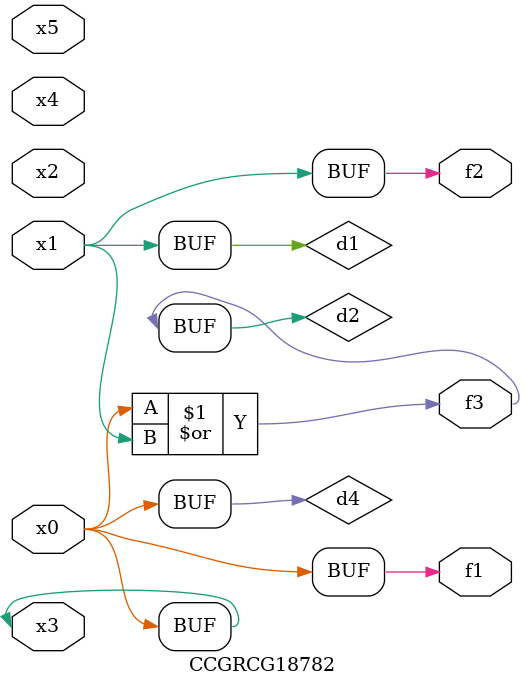
<source format=v>
module CCGRCG18782(
	input x0, x1, x2, x3, x4, x5,
	output f1, f2, f3
);

	wire d1, d2, d3, d4;

	and (d1, x1);
	or (d2, x0, x1);
	nand (d3, x0, x5);
	buf (d4, x0, x3);
	assign f1 = d4;
	assign f2 = d1;
	assign f3 = d2;
endmodule

</source>
